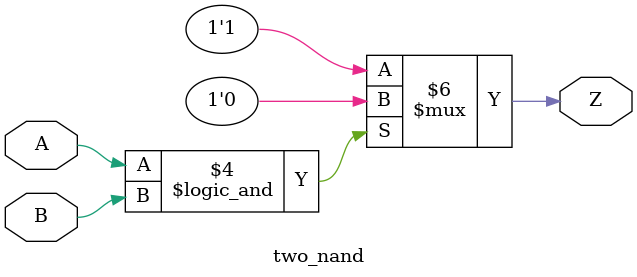
<source format=v>
`timescale 1ns / 1ps

module two_nand(
    input A,
    input B,
    output Z
    );
	 reg Z;
	 
	 //assign A=1'b0,B=1'b1;
always @(*)
begin
if(A==1'b1 && B==1'b1)
Z=1'b0;
else Z=1'b1;
end

endmodule

</source>
